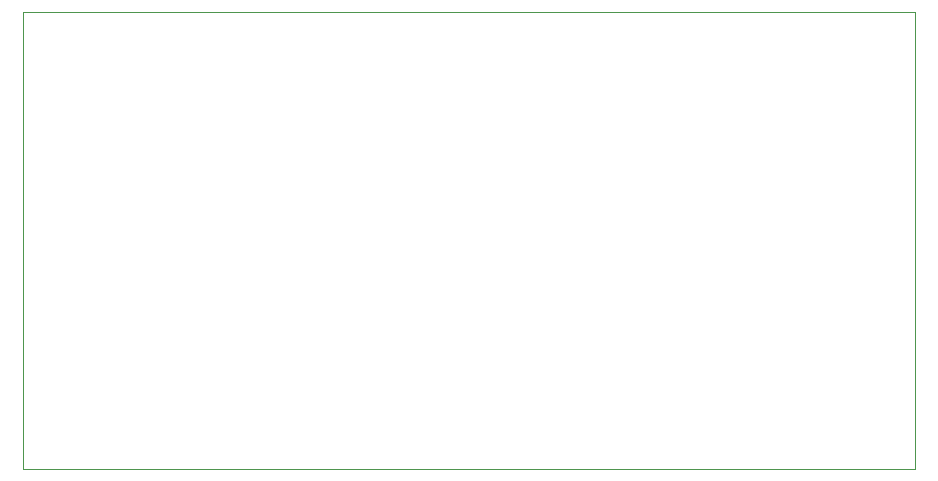
<source format=gbr>
G04 #@! TF.GenerationSoftware,KiCad,Pcbnew,(5.1.5)-3*
G04 #@! TF.CreationDate,2020-01-24T15:12:57-05:00*
G04 #@! TF.ProjectId,timer,74696d65-722e-46b6-9963-61645f706362,v01*
G04 #@! TF.SameCoordinates,Original*
G04 #@! TF.FileFunction,Profile,NP*
%FSLAX46Y46*%
G04 Gerber Fmt 4.6, Leading zero omitted, Abs format (unit mm)*
G04 Created by KiCad (PCBNEW (5.1.5)-3) date 2020-01-24 15:12:57*
%MOMM*%
%LPD*%
G04 APERTURE LIST*
%ADD10C,0.050000*%
G04 APERTURE END LIST*
D10*
X95885000Y-57785000D02*
X95885000Y-96520000D01*
X20320000Y-96520000D02*
X95885000Y-96520000D01*
X20320000Y-57785000D02*
X20320000Y-96520000D01*
X95885000Y-57785000D02*
X20320000Y-57785000D01*
M02*

</source>
